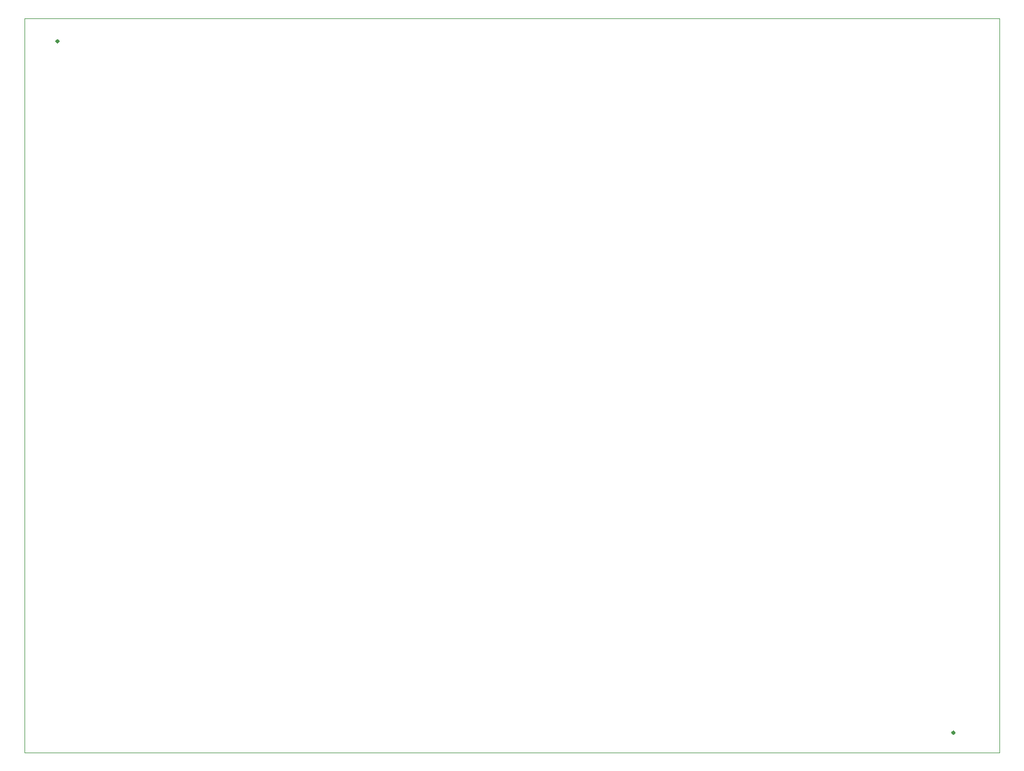
<source format=gbr>
%TF.GenerationSoftware,KiCad,Pcbnew,9.0.0*%
%TF.CreationDate,2025-08-01T10:40:34+02:00*%
%TF.ProjectId,ECU,4543552e-6b69-4636-9164-5f7063625858,0.3*%
%TF.SameCoordinates,Original*%
%TF.FileFunction,AssemblyDrawing,Bot*%
%FSLAX46Y46*%
G04 Gerber Fmt 4.6, Leading zero omitted, Abs format (unit mm)*
G04 Created by KiCad (PCBNEW 9.0.0) date 2025-08-01 10:40:34*
%MOMM*%
%LPD*%
G01*
G04 APERTURE LIST*
%ADD10C,0.350000*%
%TA.AperFunction,Profile*%
%ADD11C,0.050000*%
%TD*%
G04 APERTURE END LIST*
D10*
X70175000Y-35500000D02*
G75*
G02*
X69825000Y-35500000I-175000J0D01*
G01*
X69825000Y-35500000D02*
G75*
G02*
X70175000Y-35500000I175000J0D01*
G01*
X206175000Y-140500000D02*
G75*
G02*
X205825000Y-140500000I-175000J0D01*
G01*
X205825000Y-140500000D02*
G75*
G02*
X206175000Y-140500000I175000J0D01*
G01*
D11*
X65000000Y-32000000D02*
X213000000Y-32000000D01*
X213000000Y-143500000D01*
X65000000Y-143500000D01*
X65000000Y-32000000D01*
M02*

</source>
